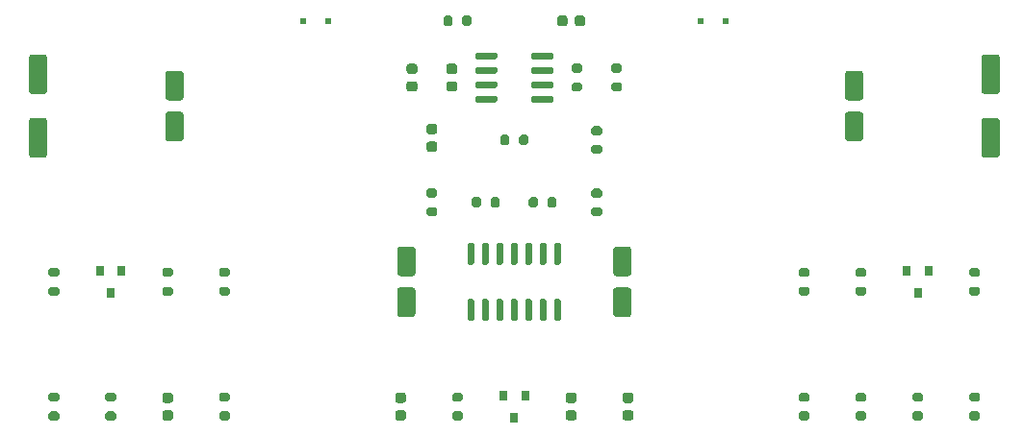
<source format=gbr>
G04 #@! TF.GenerationSoftware,KiCad,Pcbnew,(5.1.7)-1*
G04 #@! TF.CreationDate,2022-03-27T19:52:43-05:00*
G04 #@! TF.ProjectId,ConsolePedalBlueSoxSMT,436f6e73-6f6c-4655-9065-64616c426c75,rev?*
G04 #@! TF.SameCoordinates,Original*
G04 #@! TF.FileFunction,Paste,Top*
G04 #@! TF.FilePolarity,Positive*
%FSLAX46Y46*%
G04 Gerber Fmt 4.6, Leading zero omitted, Abs format (unit mm)*
G04 Created by KiCad (PCBNEW (5.1.7)-1) date 2022-03-27 19:52:43*
%MOMM*%
%LPD*%
G01*
G04 APERTURE LIST*
%ADD10R,0.500000X0.500000*%
%ADD11R,0.800000X0.900000*%
G04 APERTURE END LIST*
G04 #@! TO.C,C1*
G36*
G01*
X102000000Y-105775000D02*
X102500000Y-105775000D01*
G75*
G02*
X102725000Y-106000000I0J-225000D01*
G01*
X102725000Y-106450000D01*
G75*
G02*
X102500000Y-106675000I-225000J0D01*
G01*
X102000000Y-106675000D01*
G75*
G02*
X101775000Y-106450000I0J225000D01*
G01*
X101775000Y-106000000D01*
G75*
G02*
X102000000Y-105775000I225000J0D01*
G01*
G37*
G36*
G01*
X102000000Y-107325000D02*
X102500000Y-107325000D01*
G75*
G02*
X102725000Y-107550000I0J-225000D01*
G01*
X102725000Y-108000000D01*
G75*
G02*
X102500000Y-108225000I-225000J0D01*
G01*
X102000000Y-108225000D01*
G75*
G02*
X101775000Y-108000000I0J225000D01*
G01*
X101775000Y-107550000D01*
G75*
G02*
X102000000Y-107325000I225000J0D01*
G01*
G37*
G04 #@! TD*
G04 #@! TO.C,C2*
G36*
G01*
X125750000Y-82987000D02*
X125250000Y-82987000D01*
G75*
G02*
X125025000Y-82762000I0J225000D01*
G01*
X125025000Y-82312000D01*
G75*
G02*
X125250000Y-82087000I225000J0D01*
G01*
X125750000Y-82087000D01*
G75*
G02*
X125975000Y-82312000I0J-225000D01*
G01*
X125975000Y-82762000D01*
G75*
G02*
X125750000Y-82987000I-225000J0D01*
G01*
G37*
G36*
G01*
X125750000Y-84537000D02*
X125250000Y-84537000D01*
G75*
G02*
X125025000Y-84312000I0J225000D01*
G01*
X125025000Y-83862000D01*
G75*
G02*
X125250000Y-83637000I225000J0D01*
G01*
X125750000Y-83637000D01*
G75*
G02*
X125975000Y-83862000I0J-225000D01*
G01*
X125975000Y-84312000D01*
G75*
G02*
X125750000Y-84537000I-225000J0D01*
G01*
G37*
G04 #@! TD*
G04 #@! TO.C,C3*
G36*
G01*
X124000000Y-79225000D02*
X123500000Y-79225000D01*
G75*
G02*
X123275000Y-79000000I0J225000D01*
G01*
X123275000Y-78550000D01*
G75*
G02*
X123500000Y-78325000I225000J0D01*
G01*
X124000000Y-78325000D01*
G75*
G02*
X124225000Y-78550000I0J-225000D01*
G01*
X124225000Y-79000000D01*
G75*
G02*
X124000000Y-79225000I-225000J0D01*
G01*
G37*
G36*
G01*
X124000000Y-77675000D02*
X123500000Y-77675000D01*
G75*
G02*
X123275000Y-77450000I0J225000D01*
G01*
X123275000Y-77000000D01*
G75*
G02*
X123500000Y-76775000I225000J0D01*
G01*
X124000000Y-76775000D01*
G75*
G02*
X124225000Y-77000000I0J-225000D01*
G01*
X124225000Y-77450000D01*
G75*
G02*
X124000000Y-77675000I-225000J0D01*
G01*
G37*
G04 #@! TD*
G04 #@! TO.C,C4*
G36*
G01*
X102300000Y-77400000D02*
X103400000Y-77400000D01*
G75*
G02*
X103650000Y-77650000I0J-250000D01*
G01*
X103650000Y-79750000D01*
G75*
G02*
X103400000Y-80000000I-250000J0D01*
G01*
X102300000Y-80000000D01*
G75*
G02*
X102050000Y-79750000I0J250000D01*
G01*
X102050000Y-77650000D01*
G75*
G02*
X102300000Y-77400000I250000J0D01*
G01*
G37*
G36*
G01*
X102300000Y-81000000D02*
X103400000Y-81000000D01*
G75*
G02*
X103650000Y-81250000I0J-250000D01*
G01*
X103650000Y-83350000D01*
G75*
G02*
X103400000Y-83600000I-250000J0D01*
G01*
X102300000Y-83600000D01*
G75*
G02*
X102050000Y-83350000I0J250000D01*
G01*
X102050000Y-81250000D01*
G75*
G02*
X102300000Y-81000000I250000J0D01*
G01*
G37*
G04 #@! TD*
G04 #@! TO.C,C5*
G36*
G01*
X138075000Y-73250000D02*
X138075000Y-72750000D01*
G75*
G02*
X138300000Y-72525000I225000J0D01*
G01*
X138750000Y-72525000D01*
G75*
G02*
X138975000Y-72750000I0J-225000D01*
G01*
X138975000Y-73250000D01*
G75*
G02*
X138750000Y-73475000I-225000J0D01*
G01*
X138300000Y-73475000D01*
G75*
G02*
X138075000Y-73250000I0J225000D01*
G01*
G37*
G36*
G01*
X136525000Y-73250000D02*
X136525000Y-72750000D01*
G75*
G02*
X136750000Y-72525000I225000J0D01*
G01*
X137200000Y-72525000D01*
G75*
G02*
X137425000Y-72750000I0J-225000D01*
G01*
X137425000Y-73250000D01*
G75*
G02*
X137200000Y-73475000I-225000J0D01*
G01*
X136750000Y-73475000D01*
G75*
G02*
X136525000Y-73250000I0J225000D01*
G01*
G37*
G04 #@! TD*
G04 #@! TO.C,C6*
G36*
G01*
X141700000Y-96500000D02*
X142800000Y-96500000D01*
G75*
G02*
X143050000Y-96750000I0J-250000D01*
G01*
X143050000Y-98850000D01*
G75*
G02*
X142800000Y-99100000I-250000J0D01*
G01*
X141700000Y-99100000D01*
G75*
G02*
X141450000Y-98850000I0J250000D01*
G01*
X141450000Y-96750000D01*
G75*
G02*
X141700000Y-96500000I250000J0D01*
G01*
G37*
G36*
G01*
X141700000Y-92900000D02*
X142800000Y-92900000D01*
G75*
G02*
X143050000Y-93150000I0J-250000D01*
G01*
X143050000Y-95250000D01*
G75*
G02*
X142800000Y-95500000I-250000J0D01*
G01*
X141700000Y-95500000D01*
G75*
G02*
X141450000Y-95250000I0J250000D01*
G01*
X141450000Y-93150000D01*
G75*
G02*
X141700000Y-92900000I250000J0D01*
G01*
G37*
G04 #@! TD*
G04 #@! TO.C,C7*
G36*
G01*
X162100000Y-77400000D02*
X163200000Y-77400000D01*
G75*
G02*
X163450000Y-77650000I0J-250000D01*
G01*
X163450000Y-79750000D01*
G75*
G02*
X163200000Y-80000000I-250000J0D01*
G01*
X162100000Y-80000000D01*
G75*
G02*
X161850000Y-79750000I0J250000D01*
G01*
X161850000Y-77650000D01*
G75*
G02*
X162100000Y-77400000I250000J0D01*
G01*
G37*
G36*
G01*
X162100000Y-81000000D02*
X163200000Y-81000000D01*
G75*
G02*
X163450000Y-81250000I0J-250000D01*
G01*
X163450000Y-83350000D01*
G75*
G02*
X163200000Y-83600000I-250000J0D01*
G01*
X162100000Y-83600000D01*
G75*
G02*
X161850000Y-83350000I0J250000D01*
G01*
X161850000Y-81250000D01*
G75*
G02*
X162100000Y-81000000I250000J0D01*
G01*
G37*
G04 #@! TD*
G04 #@! TO.C,C8*
G36*
G01*
X138000000Y-106675000D02*
X137500000Y-106675000D01*
G75*
G02*
X137275000Y-106450000I0J225000D01*
G01*
X137275000Y-106000000D01*
G75*
G02*
X137500000Y-105775000I225000J0D01*
G01*
X138000000Y-105775000D01*
G75*
G02*
X138225000Y-106000000I0J-225000D01*
G01*
X138225000Y-106450000D01*
G75*
G02*
X138000000Y-106675000I-225000J0D01*
G01*
G37*
G36*
G01*
X138000000Y-108225000D02*
X137500000Y-108225000D01*
G75*
G02*
X137275000Y-108000000I0J225000D01*
G01*
X137275000Y-107550000D01*
G75*
G02*
X137500000Y-107325000I225000J0D01*
G01*
X138000000Y-107325000D01*
G75*
G02*
X138225000Y-107550000I0J-225000D01*
G01*
X138225000Y-108000000D01*
G75*
G02*
X138000000Y-108225000I-225000J0D01*
G01*
G37*
G04 #@! TD*
G04 #@! TO.C,C9*
G36*
G01*
X142500000Y-105775000D02*
X143000000Y-105775000D01*
G75*
G02*
X143225000Y-106000000I0J-225000D01*
G01*
X143225000Y-106450000D01*
G75*
G02*
X143000000Y-106675000I-225000J0D01*
G01*
X142500000Y-106675000D01*
G75*
G02*
X142275000Y-106450000I0J225000D01*
G01*
X142275000Y-106000000D01*
G75*
G02*
X142500000Y-105775000I225000J0D01*
G01*
G37*
G36*
G01*
X142500000Y-107325000D02*
X143000000Y-107325000D01*
G75*
G02*
X143225000Y-107550000I0J-225000D01*
G01*
X143225000Y-108000000D01*
G75*
G02*
X143000000Y-108225000I-225000J0D01*
G01*
X142500000Y-108225000D01*
G75*
G02*
X142275000Y-108000000I0J225000D01*
G01*
X142275000Y-107550000D01*
G75*
G02*
X142500000Y-107325000I225000J0D01*
G01*
G37*
G04 #@! TD*
G04 #@! TO.C,C10*
G36*
G01*
X127500000Y-77675000D02*
X127000000Y-77675000D01*
G75*
G02*
X126775000Y-77450000I0J225000D01*
G01*
X126775000Y-77000000D01*
G75*
G02*
X127000000Y-76775000I225000J0D01*
G01*
X127500000Y-76775000D01*
G75*
G02*
X127725000Y-77000000I0J-225000D01*
G01*
X127725000Y-77450000D01*
G75*
G02*
X127500000Y-77675000I-225000J0D01*
G01*
G37*
G36*
G01*
X127500000Y-79225000D02*
X127000000Y-79225000D01*
G75*
G02*
X126775000Y-79000000I0J225000D01*
G01*
X126775000Y-78550000D01*
G75*
G02*
X127000000Y-78325000I225000J0D01*
G01*
X127500000Y-78325000D01*
G75*
G02*
X127725000Y-78550000I0J-225000D01*
G01*
X127725000Y-79000000D01*
G75*
G02*
X127500000Y-79225000I-225000J0D01*
G01*
G37*
G04 #@! TD*
G04 #@! TO.C,C100*
G36*
G01*
X174100000Y-75950000D02*
X175200000Y-75950000D01*
G75*
G02*
X175450000Y-76200000I0J-250000D01*
G01*
X175450000Y-79200000D01*
G75*
G02*
X175200000Y-79450000I-250000J0D01*
G01*
X174100000Y-79450000D01*
G75*
G02*
X173850000Y-79200000I0J250000D01*
G01*
X173850000Y-76200000D01*
G75*
G02*
X174100000Y-75950000I250000J0D01*
G01*
G37*
G36*
G01*
X174100000Y-81550000D02*
X175200000Y-81550000D01*
G75*
G02*
X175450000Y-81800000I0J-250000D01*
G01*
X175450000Y-84800000D01*
G75*
G02*
X175200000Y-85050000I-250000J0D01*
G01*
X174100000Y-85050000D01*
G75*
G02*
X173850000Y-84800000I0J250000D01*
G01*
X173850000Y-81800000D01*
G75*
G02*
X174100000Y-81550000I250000J0D01*
G01*
G37*
G04 #@! TD*
G04 #@! TO.C,C101*
G36*
G01*
X122700000Y-96500000D02*
X123800000Y-96500000D01*
G75*
G02*
X124050000Y-96750000I0J-250000D01*
G01*
X124050000Y-98850000D01*
G75*
G02*
X123800000Y-99100000I-250000J0D01*
G01*
X122700000Y-99100000D01*
G75*
G02*
X122450000Y-98850000I0J250000D01*
G01*
X122450000Y-96750000D01*
G75*
G02*
X122700000Y-96500000I250000J0D01*
G01*
G37*
G36*
G01*
X122700000Y-92900000D02*
X123800000Y-92900000D01*
G75*
G02*
X124050000Y-93150000I0J-250000D01*
G01*
X124050000Y-95250000D01*
G75*
G02*
X123800000Y-95500000I-250000J0D01*
G01*
X122700000Y-95500000D01*
G75*
G02*
X122450000Y-95250000I0J250000D01*
G01*
X122450000Y-93150000D01*
G75*
G02*
X122700000Y-92900000I250000J0D01*
G01*
G37*
G04 #@! TD*
G04 #@! TO.C,C103*
G36*
G01*
X123000000Y-108225000D02*
X122500000Y-108225000D01*
G75*
G02*
X122275000Y-108000000I0J225000D01*
G01*
X122275000Y-107550000D01*
G75*
G02*
X122500000Y-107325000I225000J0D01*
G01*
X123000000Y-107325000D01*
G75*
G02*
X123225000Y-107550000I0J-225000D01*
G01*
X123225000Y-108000000D01*
G75*
G02*
X123000000Y-108225000I-225000J0D01*
G01*
G37*
G36*
G01*
X123000000Y-106675000D02*
X122500000Y-106675000D01*
G75*
G02*
X122275000Y-106450000I0J225000D01*
G01*
X122275000Y-106000000D01*
G75*
G02*
X122500000Y-105775000I225000J0D01*
G01*
X123000000Y-105775000D01*
G75*
G02*
X123225000Y-106000000I0J-225000D01*
G01*
X123225000Y-106450000D01*
G75*
G02*
X123000000Y-106675000I-225000J0D01*
G01*
G37*
G04 #@! TD*
D10*
G04 #@! TO.C,D1*
X149150000Y-73000000D03*
X151350000Y-73000000D03*
G04 #@! TD*
G04 #@! TO.C,D2*
X114150000Y-73000000D03*
X116350000Y-73000000D03*
G04 #@! TD*
G04 #@! TO.C,IC1*
G36*
G01*
X129090000Y-99450000D02*
X128790000Y-99450000D01*
G75*
G02*
X128640000Y-99300000I0J150000D01*
G01*
X128640000Y-97650000D01*
G75*
G02*
X128790000Y-97500000I150000J0D01*
G01*
X129090000Y-97500000D01*
G75*
G02*
X129240000Y-97650000I0J-150000D01*
G01*
X129240000Y-99300000D01*
G75*
G02*
X129090000Y-99450000I-150000J0D01*
G01*
G37*
G36*
G01*
X130360000Y-99450000D02*
X130060000Y-99450000D01*
G75*
G02*
X129910000Y-99300000I0J150000D01*
G01*
X129910000Y-97650000D01*
G75*
G02*
X130060000Y-97500000I150000J0D01*
G01*
X130360000Y-97500000D01*
G75*
G02*
X130510000Y-97650000I0J-150000D01*
G01*
X130510000Y-99300000D01*
G75*
G02*
X130360000Y-99450000I-150000J0D01*
G01*
G37*
G36*
G01*
X131630000Y-99450000D02*
X131330000Y-99450000D01*
G75*
G02*
X131180000Y-99300000I0J150000D01*
G01*
X131180000Y-97650000D01*
G75*
G02*
X131330000Y-97500000I150000J0D01*
G01*
X131630000Y-97500000D01*
G75*
G02*
X131780000Y-97650000I0J-150000D01*
G01*
X131780000Y-99300000D01*
G75*
G02*
X131630000Y-99450000I-150000J0D01*
G01*
G37*
G36*
G01*
X132900000Y-99450000D02*
X132600000Y-99450000D01*
G75*
G02*
X132450000Y-99300000I0J150000D01*
G01*
X132450000Y-97650000D01*
G75*
G02*
X132600000Y-97500000I150000J0D01*
G01*
X132900000Y-97500000D01*
G75*
G02*
X133050000Y-97650000I0J-150000D01*
G01*
X133050000Y-99300000D01*
G75*
G02*
X132900000Y-99450000I-150000J0D01*
G01*
G37*
G36*
G01*
X134170000Y-99450000D02*
X133870000Y-99450000D01*
G75*
G02*
X133720000Y-99300000I0J150000D01*
G01*
X133720000Y-97650000D01*
G75*
G02*
X133870000Y-97500000I150000J0D01*
G01*
X134170000Y-97500000D01*
G75*
G02*
X134320000Y-97650000I0J-150000D01*
G01*
X134320000Y-99300000D01*
G75*
G02*
X134170000Y-99450000I-150000J0D01*
G01*
G37*
G36*
G01*
X135440000Y-99450000D02*
X135140000Y-99450000D01*
G75*
G02*
X134990000Y-99300000I0J150000D01*
G01*
X134990000Y-97650000D01*
G75*
G02*
X135140000Y-97500000I150000J0D01*
G01*
X135440000Y-97500000D01*
G75*
G02*
X135590000Y-97650000I0J-150000D01*
G01*
X135590000Y-99300000D01*
G75*
G02*
X135440000Y-99450000I-150000J0D01*
G01*
G37*
G36*
G01*
X136710000Y-99450000D02*
X136410000Y-99450000D01*
G75*
G02*
X136260000Y-99300000I0J150000D01*
G01*
X136260000Y-97650000D01*
G75*
G02*
X136410000Y-97500000I150000J0D01*
G01*
X136710000Y-97500000D01*
G75*
G02*
X136860000Y-97650000I0J-150000D01*
G01*
X136860000Y-99300000D01*
G75*
G02*
X136710000Y-99450000I-150000J0D01*
G01*
G37*
G36*
G01*
X136710000Y-94500000D02*
X136410000Y-94500000D01*
G75*
G02*
X136260000Y-94350000I0J150000D01*
G01*
X136260000Y-92700000D01*
G75*
G02*
X136410000Y-92550000I150000J0D01*
G01*
X136710000Y-92550000D01*
G75*
G02*
X136860000Y-92700000I0J-150000D01*
G01*
X136860000Y-94350000D01*
G75*
G02*
X136710000Y-94500000I-150000J0D01*
G01*
G37*
G36*
G01*
X135440000Y-94500000D02*
X135140000Y-94500000D01*
G75*
G02*
X134990000Y-94350000I0J150000D01*
G01*
X134990000Y-92700000D01*
G75*
G02*
X135140000Y-92550000I150000J0D01*
G01*
X135440000Y-92550000D01*
G75*
G02*
X135590000Y-92700000I0J-150000D01*
G01*
X135590000Y-94350000D01*
G75*
G02*
X135440000Y-94500000I-150000J0D01*
G01*
G37*
G36*
G01*
X134170000Y-94500000D02*
X133870000Y-94500000D01*
G75*
G02*
X133720000Y-94350000I0J150000D01*
G01*
X133720000Y-92700000D01*
G75*
G02*
X133870000Y-92550000I150000J0D01*
G01*
X134170000Y-92550000D01*
G75*
G02*
X134320000Y-92700000I0J-150000D01*
G01*
X134320000Y-94350000D01*
G75*
G02*
X134170000Y-94500000I-150000J0D01*
G01*
G37*
G36*
G01*
X132900000Y-94500000D02*
X132600000Y-94500000D01*
G75*
G02*
X132450000Y-94350000I0J150000D01*
G01*
X132450000Y-92700000D01*
G75*
G02*
X132600000Y-92550000I150000J0D01*
G01*
X132900000Y-92550000D01*
G75*
G02*
X133050000Y-92700000I0J-150000D01*
G01*
X133050000Y-94350000D01*
G75*
G02*
X132900000Y-94500000I-150000J0D01*
G01*
G37*
G36*
G01*
X131630000Y-94500000D02*
X131330000Y-94500000D01*
G75*
G02*
X131180000Y-94350000I0J150000D01*
G01*
X131180000Y-92700000D01*
G75*
G02*
X131330000Y-92550000I150000J0D01*
G01*
X131630000Y-92550000D01*
G75*
G02*
X131780000Y-92700000I0J-150000D01*
G01*
X131780000Y-94350000D01*
G75*
G02*
X131630000Y-94500000I-150000J0D01*
G01*
G37*
G36*
G01*
X130360000Y-94500000D02*
X130060000Y-94500000D01*
G75*
G02*
X129910000Y-94350000I0J150000D01*
G01*
X129910000Y-92700000D01*
G75*
G02*
X130060000Y-92550000I150000J0D01*
G01*
X130360000Y-92550000D01*
G75*
G02*
X130510000Y-92700000I0J-150000D01*
G01*
X130510000Y-94350000D01*
G75*
G02*
X130360000Y-94500000I-150000J0D01*
G01*
G37*
G36*
G01*
X129090000Y-94500000D02*
X128790000Y-94500000D01*
G75*
G02*
X128640000Y-94350000I0J150000D01*
G01*
X128640000Y-92700000D01*
G75*
G02*
X128790000Y-92550000I150000J0D01*
G01*
X129090000Y-92550000D01*
G75*
G02*
X129240000Y-92700000I0J-150000D01*
G01*
X129240000Y-94350000D01*
G75*
G02*
X129090000Y-94500000I-150000J0D01*
G01*
G37*
G04 #@! TD*
D11*
G04 #@! TO.C,Q1*
X97250000Y-97000000D03*
X96300000Y-95000000D03*
X98200000Y-95000000D03*
G04 #@! TD*
G04 #@! TO.C,Q2*
X133700000Y-106000000D03*
X131800000Y-106000000D03*
X132750000Y-108000000D03*
G04 #@! TD*
G04 #@! TO.C,Q3*
X169200000Y-95000000D03*
X167300000Y-95000000D03*
X168250000Y-97000000D03*
G04 #@! TD*
G04 #@! TO.C,R1*
G36*
G01*
X92525000Y-106575000D02*
X91975000Y-106575000D01*
G75*
G02*
X91775000Y-106375000I0J200000D01*
G01*
X91775000Y-105975000D01*
G75*
G02*
X91975000Y-105775000I200000J0D01*
G01*
X92525000Y-105775000D01*
G75*
G02*
X92725000Y-105975000I0J-200000D01*
G01*
X92725000Y-106375000D01*
G75*
G02*
X92525000Y-106575000I-200000J0D01*
G01*
G37*
G36*
G01*
X92525000Y-108225000D02*
X91975000Y-108225000D01*
G75*
G02*
X91775000Y-108025000I0J200000D01*
G01*
X91775000Y-107625000D01*
G75*
G02*
X91975000Y-107425000I200000J0D01*
G01*
X92525000Y-107425000D01*
G75*
G02*
X92725000Y-107625000I0J-200000D01*
G01*
X92725000Y-108025000D01*
G75*
G02*
X92525000Y-108225000I-200000J0D01*
G01*
G37*
G04 #@! TD*
G04 #@! TO.C,R2*
G36*
G01*
X96975000Y-105775000D02*
X97525000Y-105775000D01*
G75*
G02*
X97725000Y-105975000I0J-200000D01*
G01*
X97725000Y-106375000D01*
G75*
G02*
X97525000Y-106575000I-200000J0D01*
G01*
X96975000Y-106575000D01*
G75*
G02*
X96775000Y-106375000I0J200000D01*
G01*
X96775000Y-105975000D01*
G75*
G02*
X96975000Y-105775000I200000J0D01*
G01*
G37*
G36*
G01*
X96975000Y-107425000D02*
X97525000Y-107425000D01*
G75*
G02*
X97725000Y-107625000I0J-200000D01*
G01*
X97725000Y-108025000D01*
G75*
G02*
X97525000Y-108225000I-200000J0D01*
G01*
X96975000Y-108225000D01*
G75*
G02*
X96775000Y-108025000I0J200000D01*
G01*
X96775000Y-107625000D01*
G75*
G02*
X96975000Y-107425000I200000J0D01*
G01*
G37*
G04 #@! TD*
G04 #@! TO.C,R3*
G36*
G01*
X102525000Y-97225000D02*
X101975000Y-97225000D01*
G75*
G02*
X101775000Y-97025000I0J200000D01*
G01*
X101775000Y-96625000D01*
G75*
G02*
X101975000Y-96425000I200000J0D01*
G01*
X102525000Y-96425000D01*
G75*
G02*
X102725000Y-96625000I0J-200000D01*
G01*
X102725000Y-97025000D01*
G75*
G02*
X102525000Y-97225000I-200000J0D01*
G01*
G37*
G36*
G01*
X102525000Y-95575000D02*
X101975000Y-95575000D01*
G75*
G02*
X101775000Y-95375000I0J200000D01*
G01*
X101775000Y-94975000D01*
G75*
G02*
X101975000Y-94775000I200000J0D01*
G01*
X102525000Y-94775000D01*
G75*
G02*
X102725000Y-94975000I0J-200000D01*
G01*
X102725000Y-95375000D01*
G75*
G02*
X102525000Y-95575000I-200000J0D01*
G01*
G37*
G04 #@! TD*
G04 #@! TO.C,R4*
G36*
G01*
X106975000Y-105775000D02*
X107525000Y-105775000D01*
G75*
G02*
X107725000Y-105975000I0J-200000D01*
G01*
X107725000Y-106375000D01*
G75*
G02*
X107525000Y-106575000I-200000J0D01*
G01*
X106975000Y-106575000D01*
G75*
G02*
X106775000Y-106375000I0J200000D01*
G01*
X106775000Y-105975000D01*
G75*
G02*
X106975000Y-105775000I200000J0D01*
G01*
G37*
G36*
G01*
X106975000Y-107425000D02*
X107525000Y-107425000D01*
G75*
G02*
X107725000Y-107625000I0J-200000D01*
G01*
X107725000Y-108025000D01*
G75*
G02*
X107525000Y-108225000I-200000J0D01*
G01*
X106975000Y-108225000D01*
G75*
G02*
X106775000Y-108025000I0J200000D01*
G01*
X106775000Y-107625000D01*
G75*
G02*
X106975000Y-107425000I200000J0D01*
G01*
G37*
G04 #@! TD*
G04 #@! TO.C,R5*
G36*
G01*
X126525000Y-73275000D02*
X126525000Y-72725000D01*
G75*
G02*
X126725000Y-72525000I200000J0D01*
G01*
X127125000Y-72525000D01*
G75*
G02*
X127325000Y-72725000I0J-200000D01*
G01*
X127325000Y-73275000D01*
G75*
G02*
X127125000Y-73475000I-200000J0D01*
G01*
X126725000Y-73475000D01*
G75*
G02*
X126525000Y-73275000I0J200000D01*
G01*
G37*
G36*
G01*
X128175000Y-73275000D02*
X128175000Y-72725000D01*
G75*
G02*
X128375000Y-72525000I200000J0D01*
G01*
X128775000Y-72525000D01*
G75*
G02*
X128975000Y-72725000I0J-200000D01*
G01*
X128975000Y-73275000D01*
G75*
G02*
X128775000Y-73475000I-200000J0D01*
G01*
X128375000Y-73475000D01*
G75*
G02*
X128175000Y-73275000I0J200000D01*
G01*
G37*
G04 #@! TD*
G04 #@! TO.C,R6*
G36*
G01*
X133975000Y-83225000D02*
X133975000Y-83775000D01*
G75*
G02*
X133775000Y-83975000I-200000J0D01*
G01*
X133375000Y-83975000D01*
G75*
G02*
X133175000Y-83775000I0J200000D01*
G01*
X133175000Y-83225000D01*
G75*
G02*
X133375000Y-83025000I200000J0D01*
G01*
X133775000Y-83025000D01*
G75*
G02*
X133975000Y-83225000I0J-200000D01*
G01*
G37*
G36*
G01*
X132325000Y-83225000D02*
X132325000Y-83775000D01*
G75*
G02*
X132125000Y-83975000I-200000J0D01*
G01*
X131725000Y-83975000D01*
G75*
G02*
X131525000Y-83775000I0J200000D01*
G01*
X131525000Y-83225000D01*
G75*
G02*
X131725000Y-83025000I200000J0D01*
G01*
X132125000Y-83025000D01*
G75*
G02*
X132325000Y-83225000I0J-200000D01*
G01*
G37*
G04 #@! TD*
G04 #@! TO.C,R7*
G36*
G01*
X138525000Y-77575000D02*
X137975000Y-77575000D01*
G75*
G02*
X137775000Y-77375000I0J200000D01*
G01*
X137775000Y-76975000D01*
G75*
G02*
X137975000Y-76775000I200000J0D01*
G01*
X138525000Y-76775000D01*
G75*
G02*
X138725000Y-76975000I0J-200000D01*
G01*
X138725000Y-77375000D01*
G75*
G02*
X138525000Y-77575000I-200000J0D01*
G01*
G37*
G36*
G01*
X138525000Y-79225000D02*
X137975000Y-79225000D01*
G75*
G02*
X137775000Y-79025000I0J200000D01*
G01*
X137775000Y-78625000D01*
G75*
G02*
X137975000Y-78425000I200000J0D01*
G01*
X138525000Y-78425000D01*
G75*
G02*
X138725000Y-78625000I0J-200000D01*
G01*
X138725000Y-79025000D01*
G75*
G02*
X138525000Y-79225000I-200000J0D01*
G01*
G37*
G04 #@! TD*
G04 #@! TO.C,R8*
G36*
G01*
X141475000Y-76775000D02*
X142025000Y-76775000D01*
G75*
G02*
X142225000Y-76975000I0J-200000D01*
G01*
X142225000Y-77375000D01*
G75*
G02*
X142025000Y-77575000I-200000J0D01*
G01*
X141475000Y-77575000D01*
G75*
G02*
X141275000Y-77375000I0J200000D01*
G01*
X141275000Y-76975000D01*
G75*
G02*
X141475000Y-76775000I200000J0D01*
G01*
G37*
G36*
G01*
X141475000Y-78425000D02*
X142025000Y-78425000D01*
G75*
G02*
X142225000Y-78625000I0J-200000D01*
G01*
X142225000Y-79025000D01*
G75*
G02*
X142025000Y-79225000I-200000J0D01*
G01*
X141475000Y-79225000D01*
G75*
G02*
X141275000Y-79025000I0J200000D01*
G01*
X141275000Y-78625000D01*
G75*
G02*
X141475000Y-78425000I200000J0D01*
G01*
G37*
G04 #@! TD*
G04 #@! TO.C,R9*
G36*
G01*
X106975000Y-96425000D02*
X107525000Y-96425000D01*
G75*
G02*
X107725000Y-96625000I0J-200000D01*
G01*
X107725000Y-97025000D01*
G75*
G02*
X107525000Y-97225000I-200000J0D01*
G01*
X106975000Y-97225000D01*
G75*
G02*
X106775000Y-97025000I0J200000D01*
G01*
X106775000Y-96625000D01*
G75*
G02*
X106975000Y-96425000I200000J0D01*
G01*
G37*
G36*
G01*
X106975000Y-94775000D02*
X107525000Y-94775000D01*
G75*
G02*
X107725000Y-94975000I0J-200000D01*
G01*
X107725000Y-95375000D01*
G75*
G02*
X107525000Y-95575000I-200000J0D01*
G01*
X106975000Y-95575000D01*
G75*
G02*
X106775000Y-95375000I0J200000D01*
G01*
X106775000Y-94975000D01*
G75*
G02*
X106975000Y-94775000I200000J0D01*
G01*
G37*
G04 #@! TD*
G04 #@! TO.C,R10*
G36*
G01*
X91975000Y-94775000D02*
X92525000Y-94775000D01*
G75*
G02*
X92725000Y-94975000I0J-200000D01*
G01*
X92725000Y-95375000D01*
G75*
G02*
X92525000Y-95575000I-200000J0D01*
G01*
X91975000Y-95575000D01*
G75*
G02*
X91775000Y-95375000I0J200000D01*
G01*
X91775000Y-94975000D01*
G75*
G02*
X91975000Y-94775000I200000J0D01*
G01*
G37*
G36*
G01*
X91975000Y-96425000D02*
X92525000Y-96425000D01*
G75*
G02*
X92725000Y-96625000I0J-200000D01*
G01*
X92725000Y-97025000D01*
G75*
G02*
X92525000Y-97225000I-200000J0D01*
G01*
X91975000Y-97225000D01*
G75*
G02*
X91775000Y-97025000I0J200000D01*
G01*
X91775000Y-96625000D01*
G75*
G02*
X91975000Y-96425000I200000J0D01*
G01*
G37*
G04 #@! TD*
G04 #@! TO.C,R11*
G36*
G01*
X139725000Y-83925000D02*
X140275000Y-83925000D01*
G75*
G02*
X140475000Y-84125000I0J-200000D01*
G01*
X140475000Y-84525000D01*
G75*
G02*
X140275000Y-84725000I-200000J0D01*
G01*
X139725000Y-84725000D01*
G75*
G02*
X139525000Y-84525000I0J200000D01*
G01*
X139525000Y-84125000D01*
G75*
G02*
X139725000Y-83925000I200000J0D01*
G01*
G37*
G36*
G01*
X139725000Y-82275000D02*
X140275000Y-82275000D01*
G75*
G02*
X140475000Y-82475000I0J-200000D01*
G01*
X140475000Y-82875000D01*
G75*
G02*
X140275000Y-83075000I-200000J0D01*
G01*
X139725000Y-83075000D01*
G75*
G02*
X139525000Y-82875000I0J200000D01*
G01*
X139525000Y-82475000D01*
G75*
G02*
X139725000Y-82275000I200000J0D01*
G01*
G37*
G04 #@! TD*
G04 #@! TO.C,R12*
G36*
G01*
X139725000Y-89425000D02*
X140275000Y-89425000D01*
G75*
G02*
X140475000Y-89625000I0J-200000D01*
G01*
X140475000Y-90025000D01*
G75*
G02*
X140275000Y-90225000I-200000J0D01*
G01*
X139725000Y-90225000D01*
G75*
G02*
X139525000Y-90025000I0J200000D01*
G01*
X139525000Y-89625000D01*
G75*
G02*
X139725000Y-89425000I200000J0D01*
G01*
G37*
G36*
G01*
X139725000Y-87775000D02*
X140275000Y-87775000D01*
G75*
G02*
X140475000Y-87975000I0J-200000D01*
G01*
X140475000Y-88375000D01*
G75*
G02*
X140275000Y-88575000I-200000J0D01*
G01*
X139725000Y-88575000D01*
G75*
G02*
X139525000Y-88375000I0J200000D01*
G01*
X139525000Y-87975000D01*
G75*
G02*
X139725000Y-87775000I200000J0D01*
G01*
G37*
G04 #@! TD*
G04 #@! TO.C,R13*
G36*
G01*
X163525000Y-97225000D02*
X162975000Y-97225000D01*
G75*
G02*
X162775000Y-97025000I0J200000D01*
G01*
X162775000Y-96625000D01*
G75*
G02*
X162975000Y-96425000I200000J0D01*
G01*
X163525000Y-96425000D01*
G75*
G02*
X163725000Y-96625000I0J-200000D01*
G01*
X163725000Y-97025000D01*
G75*
G02*
X163525000Y-97225000I-200000J0D01*
G01*
G37*
G36*
G01*
X163525000Y-95575000D02*
X162975000Y-95575000D01*
G75*
G02*
X162775000Y-95375000I0J200000D01*
G01*
X162775000Y-94975000D01*
G75*
G02*
X162975000Y-94775000I200000J0D01*
G01*
X163525000Y-94775000D01*
G75*
G02*
X163725000Y-94975000I0J-200000D01*
G01*
X163725000Y-95375000D01*
G75*
G02*
X163525000Y-95575000I-200000J0D01*
G01*
G37*
G04 #@! TD*
G04 #@! TO.C,R14*
G36*
G01*
X157975000Y-94775000D02*
X158525000Y-94775000D01*
G75*
G02*
X158725000Y-94975000I0J-200000D01*
G01*
X158725000Y-95375000D01*
G75*
G02*
X158525000Y-95575000I-200000J0D01*
G01*
X157975000Y-95575000D01*
G75*
G02*
X157775000Y-95375000I0J200000D01*
G01*
X157775000Y-94975000D01*
G75*
G02*
X157975000Y-94775000I200000J0D01*
G01*
G37*
G36*
G01*
X157975000Y-96425000D02*
X158525000Y-96425000D01*
G75*
G02*
X158725000Y-96625000I0J-200000D01*
G01*
X158725000Y-97025000D01*
G75*
G02*
X158525000Y-97225000I-200000J0D01*
G01*
X157975000Y-97225000D01*
G75*
G02*
X157775000Y-97025000I0J200000D01*
G01*
X157775000Y-96625000D01*
G75*
G02*
X157975000Y-96425000I200000J0D01*
G01*
G37*
G04 #@! TD*
G04 #@! TO.C,R15*
G36*
G01*
X158525000Y-106575000D02*
X157975000Y-106575000D01*
G75*
G02*
X157775000Y-106375000I0J200000D01*
G01*
X157775000Y-105975000D01*
G75*
G02*
X157975000Y-105775000I200000J0D01*
G01*
X158525000Y-105775000D01*
G75*
G02*
X158725000Y-105975000I0J-200000D01*
G01*
X158725000Y-106375000D01*
G75*
G02*
X158525000Y-106575000I-200000J0D01*
G01*
G37*
G36*
G01*
X158525000Y-108225000D02*
X157975000Y-108225000D01*
G75*
G02*
X157775000Y-108025000I0J200000D01*
G01*
X157775000Y-107625000D01*
G75*
G02*
X157975000Y-107425000I200000J0D01*
G01*
X158525000Y-107425000D01*
G75*
G02*
X158725000Y-107625000I0J-200000D01*
G01*
X158725000Y-108025000D01*
G75*
G02*
X158525000Y-108225000I-200000J0D01*
G01*
G37*
G04 #@! TD*
G04 #@! TO.C,R16*
G36*
G01*
X162975000Y-105775000D02*
X163525000Y-105775000D01*
G75*
G02*
X163725000Y-105975000I0J-200000D01*
G01*
X163725000Y-106375000D01*
G75*
G02*
X163525000Y-106575000I-200000J0D01*
G01*
X162975000Y-106575000D01*
G75*
G02*
X162775000Y-106375000I0J200000D01*
G01*
X162775000Y-105975000D01*
G75*
G02*
X162975000Y-105775000I200000J0D01*
G01*
G37*
G36*
G01*
X162975000Y-107425000D02*
X163525000Y-107425000D01*
G75*
G02*
X163725000Y-107625000I0J-200000D01*
G01*
X163725000Y-108025000D01*
G75*
G02*
X163525000Y-108225000I-200000J0D01*
G01*
X162975000Y-108225000D01*
G75*
G02*
X162775000Y-108025000I0J200000D01*
G01*
X162775000Y-107625000D01*
G75*
G02*
X162975000Y-107425000I200000J0D01*
G01*
G37*
G04 #@! TD*
G04 #@! TO.C,R17*
G36*
G01*
X167975000Y-107425000D02*
X168525000Y-107425000D01*
G75*
G02*
X168725000Y-107625000I0J-200000D01*
G01*
X168725000Y-108025000D01*
G75*
G02*
X168525000Y-108225000I-200000J0D01*
G01*
X167975000Y-108225000D01*
G75*
G02*
X167775000Y-108025000I0J200000D01*
G01*
X167775000Y-107625000D01*
G75*
G02*
X167975000Y-107425000I200000J0D01*
G01*
G37*
G36*
G01*
X167975000Y-105775000D02*
X168525000Y-105775000D01*
G75*
G02*
X168725000Y-105975000I0J-200000D01*
G01*
X168725000Y-106375000D01*
G75*
G02*
X168525000Y-106575000I-200000J0D01*
G01*
X167975000Y-106575000D01*
G75*
G02*
X167775000Y-106375000I0J200000D01*
G01*
X167775000Y-105975000D01*
G75*
G02*
X167975000Y-105775000I200000J0D01*
G01*
G37*
G04 #@! TD*
G04 #@! TO.C,R18*
G36*
G01*
X172975000Y-105775000D02*
X173525000Y-105775000D01*
G75*
G02*
X173725000Y-105975000I0J-200000D01*
G01*
X173725000Y-106375000D01*
G75*
G02*
X173525000Y-106575000I-200000J0D01*
G01*
X172975000Y-106575000D01*
G75*
G02*
X172775000Y-106375000I0J200000D01*
G01*
X172775000Y-105975000D01*
G75*
G02*
X172975000Y-105775000I200000J0D01*
G01*
G37*
G36*
G01*
X172975000Y-107425000D02*
X173525000Y-107425000D01*
G75*
G02*
X173725000Y-107625000I0J-200000D01*
G01*
X173725000Y-108025000D01*
G75*
G02*
X173525000Y-108225000I-200000J0D01*
G01*
X172975000Y-108225000D01*
G75*
G02*
X172775000Y-108025000I0J200000D01*
G01*
X172775000Y-107625000D01*
G75*
G02*
X172975000Y-107425000I200000J0D01*
G01*
G37*
G04 #@! TD*
G04 #@! TO.C,R19*
G36*
G01*
X173525000Y-95575000D02*
X172975000Y-95575000D01*
G75*
G02*
X172775000Y-95375000I0J200000D01*
G01*
X172775000Y-94975000D01*
G75*
G02*
X172975000Y-94775000I200000J0D01*
G01*
X173525000Y-94775000D01*
G75*
G02*
X173725000Y-94975000I0J-200000D01*
G01*
X173725000Y-95375000D01*
G75*
G02*
X173525000Y-95575000I-200000J0D01*
G01*
G37*
G36*
G01*
X173525000Y-97225000D02*
X172975000Y-97225000D01*
G75*
G02*
X172775000Y-97025000I0J200000D01*
G01*
X172775000Y-96625000D01*
G75*
G02*
X172975000Y-96425000I200000J0D01*
G01*
X173525000Y-96425000D01*
G75*
G02*
X173725000Y-96625000I0J-200000D01*
G01*
X173725000Y-97025000D01*
G75*
G02*
X173525000Y-97225000I-200000J0D01*
G01*
G37*
G04 #@! TD*
G04 #@! TO.C,R20*
G36*
G01*
X127475000Y-107425000D02*
X128025000Y-107425000D01*
G75*
G02*
X128225000Y-107625000I0J-200000D01*
G01*
X128225000Y-108025000D01*
G75*
G02*
X128025000Y-108225000I-200000J0D01*
G01*
X127475000Y-108225000D01*
G75*
G02*
X127275000Y-108025000I0J200000D01*
G01*
X127275000Y-107625000D01*
G75*
G02*
X127475000Y-107425000I200000J0D01*
G01*
G37*
G36*
G01*
X127475000Y-105775000D02*
X128025000Y-105775000D01*
G75*
G02*
X128225000Y-105975000I0J-200000D01*
G01*
X128225000Y-106375000D01*
G75*
G02*
X128025000Y-106575000I-200000J0D01*
G01*
X127475000Y-106575000D01*
G75*
G02*
X127275000Y-106375000I0J200000D01*
G01*
X127275000Y-105975000D01*
G75*
G02*
X127475000Y-105775000I200000J0D01*
G01*
G37*
G04 #@! TD*
G04 #@! TO.C,R101*
G36*
G01*
X129825000Y-88725000D02*
X129825000Y-89275000D01*
G75*
G02*
X129625000Y-89475000I-200000J0D01*
G01*
X129225000Y-89475000D01*
G75*
G02*
X129025000Y-89275000I0J200000D01*
G01*
X129025000Y-88725000D01*
G75*
G02*
X129225000Y-88525000I200000J0D01*
G01*
X129625000Y-88525000D01*
G75*
G02*
X129825000Y-88725000I0J-200000D01*
G01*
G37*
G36*
G01*
X131475000Y-88725000D02*
X131475000Y-89275000D01*
G75*
G02*
X131275000Y-89475000I-200000J0D01*
G01*
X130875000Y-89475000D01*
G75*
G02*
X130675000Y-89275000I0J200000D01*
G01*
X130675000Y-88725000D01*
G75*
G02*
X130875000Y-88525000I200000J0D01*
G01*
X131275000Y-88525000D01*
G75*
G02*
X131475000Y-88725000I0J-200000D01*
G01*
G37*
G04 #@! TD*
G04 #@! TO.C,R102*
G36*
G01*
X136475000Y-88725000D02*
X136475000Y-89275000D01*
G75*
G02*
X136275000Y-89475000I-200000J0D01*
G01*
X135875000Y-89475000D01*
G75*
G02*
X135675000Y-89275000I0J200000D01*
G01*
X135675000Y-88725000D01*
G75*
G02*
X135875000Y-88525000I200000J0D01*
G01*
X136275000Y-88525000D01*
G75*
G02*
X136475000Y-88725000I0J-200000D01*
G01*
G37*
G36*
G01*
X134825000Y-88725000D02*
X134825000Y-89275000D01*
G75*
G02*
X134625000Y-89475000I-200000J0D01*
G01*
X134225000Y-89475000D01*
G75*
G02*
X134025000Y-89275000I0J200000D01*
G01*
X134025000Y-88725000D01*
G75*
G02*
X134225000Y-88525000I200000J0D01*
G01*
X134625000Y-88525000D01*
G75*
G02*
X134825000Y-88725000I0J-200000D01*
G01*
G37*
G04 #@! TD*
G04 #@! TO.C,R103*
G36*
G01*
X125775000Y-88575000D02*
X125225000Y-88575000D01*
G75*
G02*
X125025000Y-88375000I0J200000D01*
G01*
X125025000Y-87975000D01*
G75*
G02*
X125225000Y-87775000I200000J0D01*
G01*
X125775000Y-87775000D01*
G75*
G02*
X125975000Y-87975000I0J-200000D01*
G01*
X125975000Y-88375000D01*
G75*
G02*
X125775000Y-88575000I-200000J0D01*
G01*
G37*
G36*
G01*
X125775000Y-90225000D02*
X125225000Y-90225000D01*
G75*
G02*
X125025000Y-90025000I0J200000D01*
G01*
X125025000Y-89625000D01*
G75*
G02*
X125225000Y-89425000I200000J0D01*
G01*
X125775000Y-89425000D01*
G75*
G02*
X125975000Y-89625000I0J-200000D01*
G01*
X125975000Y-90025000D01*
G75*
G02*
X125775000Y-90225000I-200000J0D01*
G01*
G37*
G04 #@! TD*
G04 #@! TO.C,U1*
G36*
G01*
X129300000Y-76245000D02*
X129300000Y-75945000D01*
G75*
G02*
X129450000Y-75795000I150000J0D01*
G01*
X131100000Y-75795000D01*
G75*
G02*
X131250000Y-75945000I0J-150000D01*
G01*
X131250000Y-76245000D01*
G75*
G02*
X131100000Y-76395000I-150000J0D01*
G01*
X129450000Y-76395000D01*
G75*
G02*
X129300000Y-76245000I0J150000D01*
G01*
G37*
G36*
G01*
X129300000Y-77515000D02*
X129300000Y-77215000D01*
G75*
G02*
X129450000Y-77065000I150000J0D01*
G01*
X131100000Y-77065000D01*
G75*
G02*
X131250000Y-77215000I0J-150000D01*
G01*
X131250000Y-77515000D01*
G75*
G02*
X131100000Y-77665000I-150000J0D01*
G01*
X129450000Y-77665000D01*
G75*
G02*
X129300000Y-77515000I0J150000D01*
G01*
G37*
G36*
G01*
X129300000Y-78785000D02*
X129300000Y-78485000D01*
G75*
G02*
X129450000Y-78335000I150000J0D01*
G01*
X131100000Y-78335000D01*
G75*
G02*
X131250000Y-78485000I0J-150000D01*
G01*
X131250000Y-78785000D01*
G75*
G02*
X131100000Y-78935000I-150000J0D01*
G01*
X129450000Y-78935000D01*
G75*
G02*
X129300000Y-78785000I0J150000D01*
G01*
G37*
G36*
G01*
X129300000Y-80055000D02*
X129300000Y-79755000D01*
G75*
G02*
X129450000Y-79605000I150000J0D01*
G01*
X131100000Y-79605000D01*
G75*
G02*
X131250000Y-79755000I0J-150000D01*
G01*
X131250000Y-80055000D01*
G75*
G02*
X131100000Y-80205000I-150000J0D01*
G01*
X129450000Y-80205000D01*
G75*
G02*
X129300000Y-80055000I0J150000D01*
G01*
G37*
G36*
G01*
X134250000Y-80055000D02*
X134250000Y-79755000D01*
G75*
G02*
X134400000Y-79605000I150000J0D01*
G01*
X136050000Y-79605000D01*
G75*
G02*
X136200000Y-79755000I0J-150000D01*
G01*
X136200000Y-80055000D01*
G75*
G02*
X136050000Y-80205000I-150000J0D01*
G01*
X134400000Y-80205000D01*
G75*
G02*
X134250000Y-80055000I0J150000D01*
G01*
G37*
G36*
G01*
X134250000Y-78785000D02*
X134250000Y-78485000D01*
G75*
G02*
X134400000Y-78335000I150000J0D01*
G01*
X136050000Y-78335000D01*
G75*
G02*
X136200000Y-78485000I0J-150000D01*
G01*
X136200000Y-78785000D01*
G75*
G02*
X136050000Y-78935000I-150000J0D01*
G01*
X134400000Y-78935000D01*
G75*
G02*
X134250000Y-78785000I0J150000D01*
G01*
G37*
G36*
G01*
X134250000Y-77515000D02*
X134250000Y-77215000D01*
G75*
G02*
X134400000Y-77065000I150000J0D01*
G01*
X136050000Y-77065000D01*
G75*
G02*
X136200000Y-77215000I0J-150000D01*
G01*
X136200000Y-77515000D01*
G75*
G02*
X136050000Y-77665000I-150000J0D01*
G01*
X134400000Y-77665000D01*
G75*
G02*
X134250000Y-77515000I0J150000D01*
G01*
G37*
G36*
G01*
X134250000Y-76245000D02*
X134250000Y-75945000D01*
G75*
G02*
X134400000Y-75795000I150000J0D01*
G01*
X136050000Y-75795000D01*
G75*
G02*
X136200000Y-75945000I0J-150000D01*
G01*
X136200000Y-76245000D01*
G75*
G02*
X136050000Y-76395000I-150000J0D01*
G01*
X134400000Y-76395000D01*
G75*
G02*
X134250000Y-76245000I0J150000D01*
G01*
G37*
G04 #@! TD*
G04 #@! TO.C,C102*
G36*
G01*
X90300000Y-75950000D02*
X91400000Y-75950000D01*
G75*
G02*
X91650000Y-76200000I0J-250000D01*
G01*
X91650000Y-79200000D01*
G75*
G02*
X91400000Y-79450000I-250000J0D01*
G01*
X90300000Y-79450000D01*
G75*
G02*
X90050000Y-79200000I0J250000D01*
G01*
X90050000Y-76200000D01*
G75*
G02*
X90300000Y-75950000I250000J0D01*
G01*
G37*
G36*
G01*
X90300000Y-81550000D02*
X91400000Y-81550000D01*
G75*
G02*
X91650000Y-81800000I0J-250000D01*
G01*
X91650000Y-84800000D01*
G75*
G02*
X91400000Y-85050000I-250000J0D01*
G01*
X90300000Y-85050000D01*
G75*
G02*
X90050000Y-84800000I0J250000D01*
G01*
X90050000Y-81800000D01*
G75*
G02*
X90300000Y-81550000I250000J0D01*
G01*
G37*
G04 #@! TD*
M02*

</source>
